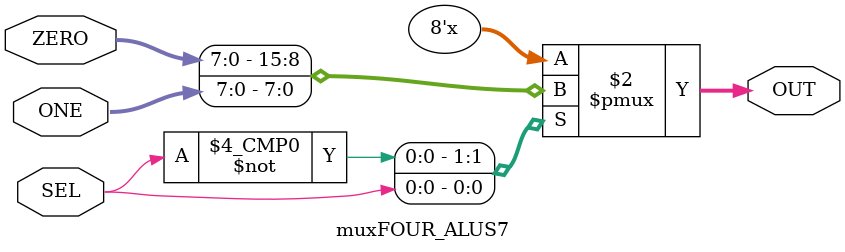
<source format=v>
module  muxFOUR_ALUS7(
ZERO,
ONE, 
SEL, 
OUT);

input [7:0] ZERO, ONE;
input SEL;

output reg [7:0] OUT;

always @(*)
begin
 case(SEL) 
    0 : OUT = ZERO;
    1 : OUT = ONE;
 endcase 
end

endmodule 

</source>
